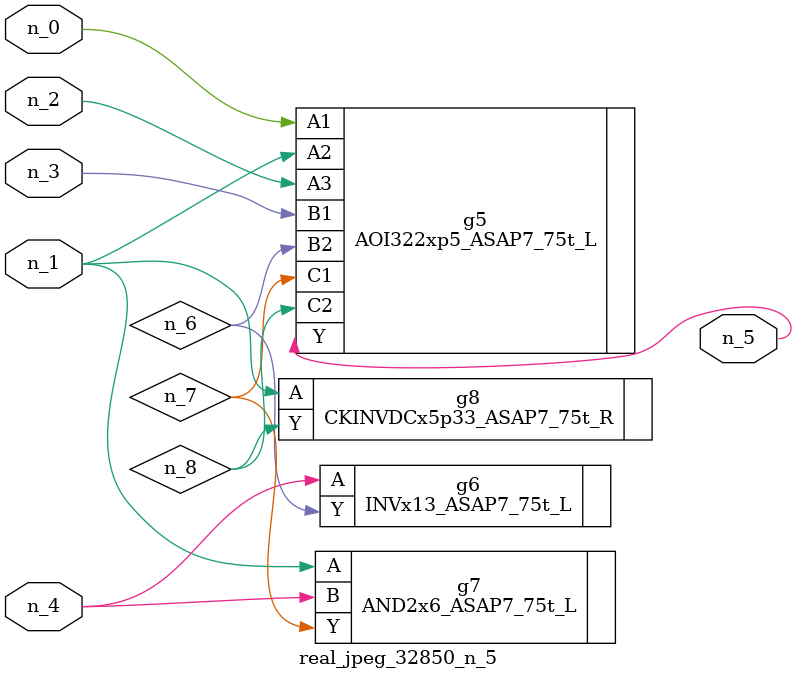
<source format=v>
module real_jpeg_32850_n_5 (n_4, n_0, n_1, n_2, n_3, n_5);

input n_4;
input n_0;
input n_1;
input n_2;
input n_3;

output n_5;

wire n_8;
wire n_6;
wire n_7;

AOI322xp5_ASAP7_75t_L g5 ( 
.A1(n_0),
.A2(n_1),
.A3(n_2),
.B1(n_3),
.B2(n_6),
.C1(n_7),
.C2(n_8),
.Y(n_5)
);

AND2x6_ASAP7_75t_L g7 ( 
.A(n_1),
.B(n_4),
.Y(n_7)
);

CKINVDCx5p33_ASAP7_75t_R g8 ( 
.A(n_1),
.Y(n_8)
);

INVx13_ASAP7_75t_L g6 ( 
.A(n_4),
.Y(n_6)
);


endmodule
</source>
